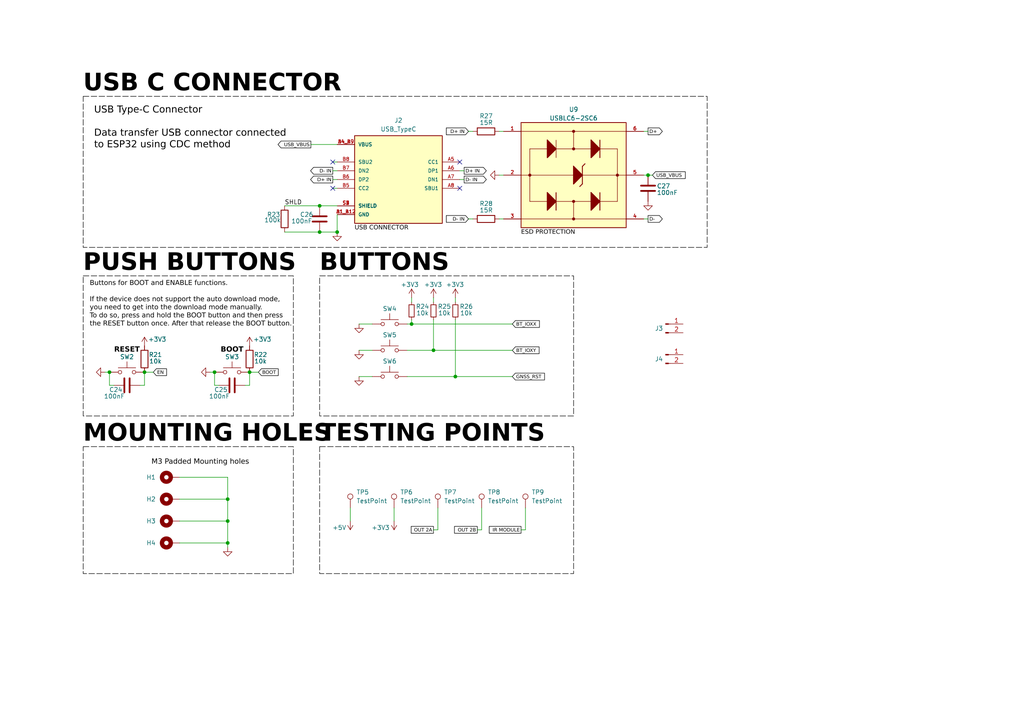
<source format=kicad_sch>
(kicad_sch (version 20250114) (generator "eeschema") (generator_version "9.0")
  (paper "A4")
  (lib_symbols
    (symbol "Connector:Conn_01x02_Pin" (pin_names (offset 1.016) (hide yes))
      (property "Reference" "J" (at 0 2.54 0))
      (property "Value" "Conn_01x02_Pin" (at 0 -5.08 0))
      (symbol "Conn_01x02_Pin_1_1"
        (rectangle (start 0.8636 0.127) (end 0 -0.127) (stroke (width 0.1524)) (fill (type outline)))
        (rectangle (start 0.8636 -2.413) (end 0 -2.667) (stroke (width 0.1524)) (fill (type outline)))
        (polyline (pts (xy 1.27 0) (xy 0.8636 0)) (stroke (width 0.1524)))
        (polyline (pts (xy 1.27 -2.54) (xy 0.8636 -2.54)) (stroke (width 0.1524)))
        (pin passive line (at 5.08 0 180) (length 3.81) (name "Pin_1") (number "1"))
        (pin passive line (at 5.08 -2.54 180) (length 3.81) (name "Pin_2") (number "2"))
      )
    )
    (symbol "Connector:TestPoint" (pin_numbers (hide yes)) (pin_names (offset 0.762) (hide yes))
      (property "Reference" "TP" (at 0 6.858 0))
      (property "Value" "TestPoint" (at 0 5.08 0))
      (symbol "TestPoint_0_1"
        (circle (center 0 3.302) (radius 0.762))
      )
      (symbol "TestPoint_1_1"
        (pin passive line (at 0 0 90) (length 2.54) (name "1") (number "1"))
      )
    )
    (symbol "Device:C" (pin_numbers (hide yes)) (pin_names (offset 0.254))
      (property "Reference" "C" (at 0.635 2.54 0))
      (property "Value" "C" (at 0.635 -2.54 0))
      (symbol "C_0_1"
        (polyline (pts (xy -2.032 0.762) (xy 2.032 0.762)) (stroke (width 0.508)))
        (polyline (pts (xy -2.032 -0.762) (xy 2.032 -0.762)) (stroke (width 0.508)))
      )
      (symbol "C_1_1"
        (pin passive line (at 0 3.81 270) (length 2.794) (name "~") (number "1"))
        (pin passive line (at 0 -3.81 90) (length 2.794) (name "~") (number "2"))
      )
    )
    (symbol "Device:R" (pin_numbers (hide yes)) (pin_names (offset 0))
      (property "Reference" "R" (at 2.032 0 90))
      (property "Value" "R" (at 0 0 90))
      (symbol "R_0_1"
        (rectangle (start -1.016 -2.54) (end 1.016 2.54) (stroke (width 0.254)))
      )
      (symbol "R_1_1"
        (pin passive line (at 0 3.81 270) (length 1.27) (name "~") (number "1"))
        (pin passive line (at 0 -3.81 90) (length 1.27) (name "~") (number "2"))
      )
    )
    (symbol "Device:R_Small" (pin_numbers (hide yes)) (pin_names (offset 0.254) (hide yes))
      (property "Reference" "R" (at 0.762 0.508 0))
      (property "Value" "R_Small" (at 0.762 -1.016 0))
      (symbol "R_Small_0_1"
        (rectangle (start -0.762 1.778) (end 0.762 -1.778) (stroke (width 0.2032)))
      )
      (symbol "R_Small_1_1"
        (pin passive line (at 0 2.54 270) (length 0.762) (name "~") (number "1"))
        (pin passive line (at 0 -2.54 90) (length 0.762) (name "~") (number "2"))
      )
    )
    (symbol "Mechanical:MountingHole_Pad" (pin_numbers (hide yes)) (pin_names (offset 1.016) (hide yes))
      (property "Reference" "H" (at 0 6.35 0))
      (property "Value" "MountingHole_Pad" (at 0 4.445 0))
      (symbol "MountingHole_Pad_0_1"
        (circle (center 0 1.27) (radius 1.27) (stroke (width 1.27)))
      )
      (symbol "MountingHole_Pad_1_1"
        (pin input line (at 0 -2.54 90) (length 2.54) (name "1") (number "1"))
      )
    )
    (symbol "Switch:SW_Push" (pin_numbers (hide yes)) (pin_names (offset 1.016) (hide yes))
      (property "Reference" "SW" (at 1.27 2.54 0))
      (property "Value" "SW_Push" (at 0 -1.524 0))
      (symbol "SW_Push_0_1"
        (circle (center -2.032 0) (radius 0.508))
        (polyline (pts (xy 0 1.27) (xy 0 3.048)))
        (circle (center 2.032 0) (radius 0.508))
        (polyline (pts (xy 2.54 1.27) (xy -2.54 1.27)))
        (pin passive line (at -5.08 0 0) (length 2.54) (name "1") (number "1"))
        (pin passive line (at 5.08 0 180) (length 2.54) (name "2") (number "2"))
      )
    )
    (symbol "power:+3V3" (power) (pin_names (offset 0))
      (property "Value" "+3V3" (at 0 3.556 0))
      (symbol "+3V3_0_1"
        (polyline (pts (xy -0.762 1.27) (xy 0 2.54)))
        (polyline (pts (xy 0 2.54) (xy 0.762 1.27)))
        (polyline (pts (xy 0 0) (xy 0 2.54)))
      )
      (symbol "+3V3_1_1"
        (pin power_in line (at 0 0 90) (length 0) (hide yes) (name "+3V3") (number "1"))
      )
    )
    (symbol "power:+5V" (power) (pin_numbers (hide yes)) (pin_names (offset 0) (hide yes))
      (property "Value" "+5V" (at 0 3.556 0))
      (symbol "+5V_0_1"
        (polyline (pts (xy -0.762 1.27) (xy 0 2.54)))
        (polyline (pts (xy 0 2.54) (xy 0.762 1.27)))
        (polyline (pts (xy 0 0) (xy 0 2.54)))
      )
      (symbol "+5V_1_1"
        (pin power_in line (at 0 0 90) (length 0) (name "~") (number "1"))
      )
    )
    (symbol "power:GND" (power) (pin_names (offset 0))
      (property "Value" "GND" (at 0 -3.81 0))
      (symbol "GND_0_1"
        (polyline (pts (xy 0 0) (xy 0 -1.27) (xy 1.27 -1.27) (xy 0 -2.54) (xy -1.27 -1.27) (xy 0 -1.27)))
      )
      (symbol "GND_1_1"
        (pin power_in line (at 0 0 270) (length 0) (hide yes) (name "GND") (number "1"))
      )
    )
    (symbol "sumec_library:USBLC6-2SC6" (pin_names (offset 1.016))
      (property "Reference" "U" (at -15.2693 17.8093 0))
      (property "Value" "USBLC6-2SC6" (at -15.2559 -17.7959 0))
      (symbol "USBLC6-2SC6_0_0"
        (polyline (pts (xy -15.24 12.7) (xy 0 12.7)) (stroke (width 0.1524)))
        (polyline (pts (xy -15.24 -12.7) (xy 0 -12.7)) (stroke (width 0.1524)))
        (rectangle (start -15.24 -15.24) (end 15.24 15.24) (stroke (width 0.254)) (fill (type background)))
        (polyline (pts (xy -12.7 7.62) (xy -12.7 0)) (stroke (width 0.1524)))
        (polyline (pts (xy -12.7 7.62) (xy -7.62 7.62)) (stroke (width 0.1524)))
        (circle (center -12.7 0) (radius 0.254) (stroke (width 0.381)))
        (polyline (pts (xy -12.7 0) (xy -15.24 0)) (stroke (width 0.1524)))
        (polyline (pts (xy -12.7 0) (xy -12.7 -7.62)) (stroke (width 0.1524)))
        (polyline (pts (xy -12.7 0) (xy 0 0)) (stroke (width 0.1524)))
        (polyline (pts (xy -12.7 -7.62) (xy -7.62 -7.62)) (stroke (width 0.1524)))
        (polyline (pts (xy -7.62 10.16) (xy -5.08 7.62)) (stroke (width 0.254)))
        (polyline (pts (xy -7.62 10.16) (xy -7.62 5.08) (xy -5.08 7.62) (xy -7.62 10.16)) (stroke (width 0.254)) (fill (type outline)))
        (polyline (pts (xy -7.62 7.62) (xy -7.62 10.16)) (stroke (width 0.254)))
        (polyline (pts (xy -7.62 5.08) (xy -7.62 7.62)) (stroke (width 0.254)))
        (polyline (pts (xy -7.62 -5.08) (xy -5.08 -7.62)) (stroke (width 0.254)))
        (polyline (pts (xy -7.62 -5.08) (xy -7.62 -10.16) (xy -5.08 -7.62) (xy -7.62 -5.08)) (stroke (width 0.254)) (fill (type outline)))
        (polyline (pts (xy -7.62 -7.62) (xy -7.62 -5.08)) (stroke (width 0.254)))
        (polyline (pts (xy -7.62 -10.16) (xy -7.62 -7.62)) (stroke (width 0.254)))
        (polyline (pts (xy -5.08 10.16) (xy -5.08 7.62)) (stroke (width 0.1524)))
        (polyline (pts (xy -5.08 7.62) (xy -7.62 5.08)) (stroke (width 0.254)))
        (polyline (pts (xy -5.08 7.62) (xy -5.08 5.08)) (stroke (width 0.1524)))
        (polyline (pts (xy -5.08 7.62) (xy 0 7.62)) (stroke (width 0.1524)))
        (polyline (pts (xy -5.08 -5.08) (xy -5.08 -7.62)) (stroke (width 0.254)))
        (polyline (pts (xy -5.08 -7.62) (xy -7.62 -10.16)) (stroke (width 0.254)))
        (polyline (pts (xy -5.08 -7.62) (xy -5.08 -10.16)) (stroke (width 0.254)))
        (polyline (pts (xy -5.08 -7.62) (xy 0 -7.62)) (stroke (width 0.1524)))
        (circle (center 0 12.7) (radius 0.254) (stroke (width 0.381)))
        (polyline (pts (xy 0 12.7) (xy 15.24 12.7)) (stroke (width 0.1524)))
        (circle (center 0 7.62) (radius 0.254) (stroke (width 0.381)))
        (polyline (pts (xy 0 7.62) (xy 0 12.7)) (stroke (width 0.1524)))
        (polyline (pts (xy 0 7.62) (xy 5.08 7.62)) (stroke (width 0.1524)))
        (polyline (pts (xy 0 2.54) (xy 2.54 0)) (stroke (width 0.254)))
        (polyline (pts (xy 0 2.54) (xy 0 -2.54) (xy 2.54 0) (xy 0 2.54)) (stroke (width 0.254)) (fill (type outline)))
        (polyline (pts (xy 0 0) (xy 0 2.54)) (stroke (width 0.254)))
        (polyline (pts (xy 0 -2.54) (xy 0 0)) (stroke (width 0.254)))
        (polyline (pts (xy 0 -7.62) (xy 0 -12.7)) (stroke (width 0.1524)))
        (polyline (pts (xy 0 -7.62) (xy 5.08 -7.62)) (stroke (width 0.1524)))
        (circle (center 0 -7.62) (radius 0.254) (stroke (width 0.381)))
        (circle (center 0 -12.7) (radius 0.254) (stroke (width 0.381)))
        (polyline (pts (xy 2.54 2.54) (xy 2.54 -2.54)) (stroke (width 0.254)))
        (polyline (pts (xy 2.54 2.54) (xy 3.302 3.302)) (stroke (width 0.254)))
        (polyline (pts (xy 2.54 0) (xy 0 -2.54)) (stroke (width 0.254)))
        (polyline (pts (xy 2.54 0) (xy 12.7 0)) (stroke (width 0.1524)))
        (polyline (pts (xy 2.54 -2.54) (xy 1.778 -3.302)) (stroke (width 0.254)))
        (polyline (pts (xy 5.08 10.16) (xy 7.62 7.62)) (stroke (width 0.254)))
        (polyline (pts (xy 5.08 10.16) (xy 5.08 5.08) (xy 7.62 7.62) (xy 5.08 10.16)) (stroke (width 0.254)) (fill (type outline)))
        (polyline (pts (xy 5.08 7.62) (xy 5.08 10.16)) (stroke (width 0.254)))
        (polyline (pts (xy 5.08 5.08) (xy 5.08 7.62)) (stroke (width 0.254)))
        (polyline (pts (xy 5.08 -5.08) (xy 7.62 -7.62)) (stroke (width 0.254)))
        (polyline (pts (xy 5.08 -5.08) (xy 5.08 -10.16) (xy 7.62 -7.62) (xy 5.08 -5.08)) (stroke (width 0.254)) (fill (type outline)))
        (polyline (pts (xy 5.08 -7.62) (xy 5.08 -5.08)) (stroke (width 0.254)))
        (polyline (pts (xy 5.08 -10.16) (xy 5.08 -7.62)) (stroke (width 0.254)))
        (polyline (pts (xy 7.62 10.16) (xy 7.62 7.62)) (stroke (width 0.254)))
        (polyline (pts (xy 7.62 7.62) (xy 5.08 5.08)) (stroke (width 0.254)))
        (polyline (pts (xy 7.62 7.62) (xy 7.62 5.08)) (stroke (width 0.254)))
        (polyline (pts (xy 7.62 7.62) (xy 12.7 7.62)) (stroke (width 0.1524)))
        (polyline (pts (xy 7.62 -5.08) (xy 7.62 -7.62)) (stroke (width 0.254)))
        (polyline (pts (xy 7.62 -7.62) (xy 5.08 -10.16)) (stroke (width 0.254)))
        (polyline (pts (xy 7.62 -7.62) (xy 7.62 -10.16)) (stroke (width 0.254)))
        (polyline (pts (xy 7.62 -7.62) (xy 12.7 -7.62)) (stroke (width 0.1524)))
        (polyline (pts (xy 12.7 7.62) (xy 12.7 0)) (stroke (width 0.1524)))
        (polyline (pts (xy 12.7 0) (xy 12.7 -7.62)) (stroke (width 0.1524)))
        (polyline (pts (xy 12.7 0) (xy 15.24 0)) (stroke (width 0.1524)))
        (circle (center 12.7 0) (radius 0.254) (stroke (width 0.381)))
        (polyline (pts (xy 15.24 -12.7) (xy 0 -12.7)) (stroke (width 0.1524)))
        (pin bidirectional line (at -20.32 12.7 0) (length 5.08) (name "~") (number "1"))
        (pin power_in line (at -20.32 0 0) (length 5.08) (name "~") (number "2"))
        (pin bidirectional line (at -20.32 -12.7 0) (length 5.08) (name "~") (number "3"))
        (pin bidirectional line (at 20.32 12.7 180) (length 5.08) (name "~") (number "6"))
        (pin power_in line (at 20.32 0 180) (length 5.08) (name "~") (number "5"))
        (pin bidirectional line (at 20.32 -12.7 180) (length 5.08) (name "~") (number "4"))
      )
    )
    (symbol "sumec_sch_lib:USB_TypeC" (pin_names (offset 1.016))
      (property "Reference" "J" (at -12.7 13.462 0))
      (property "Value" "USB_TypeC" (at -12.7 -13.462 0))
      (symbol "USB_TypeC_0_0"
        (rectangle (start -12.7 -12.7) (end 12.7 12.7) (stroke (width 0.254)) (fill (type background)))
        (pin bidirectional line (at -17.78 5.08 0) (length 5.08) (name "CC1") (number "A5"))
        (pin bidirectional line (at -17.78 2.54 0) (length 5.08) (name "DP1") (number "A6"))
        (pin bidirectional line (at -17.78 0 0) (length 5.08) (name "DN1") (number "A7"))
        (pin bidirectional line (at -17.78 -2.54 0) (length 5.08) (name "SBU1") (number "A8"))
        (pin power_in line (at 17.78 10.16 180) (length 5.08) (name "VBUS") (number "A4_B9"))
        (pin power_in line (at 17.78 10.16 180) (length 5.08) (name "VBUS") (number "B4_A9"))
        (pin bidirectional line (at 17.78 5.08 180) (length 5.08) (name "SBU2") (number "B8"))
        (pin bidirectional line (at 17.78 2.54 180) (length 5.08) (name "DN2") (number "B7"))
        (pin bidirectional line (at 17.78 0 180) (length 5.08) (name "DP2") (number "B6"))
        (pin bidirectional line (at 17.78 -2.54 180) (length 5.08) (name "CC2") (number "B5"))
        (pin passive line (at 17.78 -7.62 180) (length 5.08) (name "SHIELD") (number "S1"))
        (pin passive line (at 17.78 -7.62 180) (length 5.08) (name "SHIELD") (number "S2"))
        (pin passive line (at 17.78 -7.62 180) (length 5.08) (name "SHIELD") (number "S3"))
        (pin passive line (at 17.78 -7.62 180) (length 5.08) (name "SHIELD") (number "S4"))
        (pin power_in line (at 17.78 -10.16 180) (length 5.08) (name "GND") (number "A1_B12"))
        (pin power_in line (at 17.78 -10.16 180) (length 5.08) (name "GND") (number "B1_A12"))
      )
    )
  )
  (rectangle (start 24.13 129.54) (end 85.09 166.37) (stroke (width 0) (type dash) (color 0 0 0 1)))
  (rectangle (start 92.71 129.54) (end 166.37 166.37) (stroke (width 0) (type dash) (color 0 0 0 1)))
  (rectangle (start 92.71 80.01) (end 166.37 120.65) (stroke (width 0) (type dash) (color 0 0 0 1)))
  (rectangle (start 24.13 27.94) (end 205.105 71.755) (stroke (width 0) (type dash) (color 0 0 0 1)))
  (rectangle (start 24.13 80.01) (end 85.09 120.65) (stroke (width 0) (type dash) (color 0 0 0 1)))
  (text "USB Type-C Connector\n\nData transfer USB connector connected\nto ESP32 using CDC method" (at 27.305 43.815 0) (effects (font (size 2 2) (italic yes)) (justify left bottom)))
  (text "RESET" (at 36.83 102.87 0) (effects (font (size 1.5 1.5) (thickness 0.254) (bold yes)) (justify bottom)))
  (text "MOUNTING HOLES" (at 24.13 130.175 0) (effects (font (size 5 5) (bold yes)) (justify left bottom)))
  (text "USB C CONNECTOR" (at 24.13 28.575 0) (effects (font (size 5 5) (thickness 1.2) (bold yes)) (justify left bottom)))
  (text "Buttons for BOOT and ENABLE functions.\n\nIf the device does not support the auto download mode,\nyou need to get into the download mode manually. \nTo do so, press and hold the BOOT button and then press \nthe RESET button once. After that release the BOOT button." (at 26.035 95.25 0) (effects (font (size 1.4 1.4) (italic yes)) (justify left bottom)))
  (text "M3 Padded Mounting holes" (at 43.942 135.382 0) (effects (font (size 1.5 1.5) (italic yes)) (justify left bottom)))
  (text "USB CONNECTOR" (at 102.87 67.31 0) (effects (font (size 1.27 1.27)) (justify left bottom)))
  (text "BOOT" (at 67.31 102.87 0) (effects (font (size 1.5 1.5) (thickness 0.254) (bold yes)) (justify bottom)))
  (text "PUSH BUTTONS" (at 24.13 80.645 0) (effects (font (size 5 5) (bold yes)) (justify left bottom)))
  (text "ESD PROTECTION" (at 151.13 68.58 0) (effects (font (size 1.27 1.27)) (justify left bottom)))
  (text "BUTTONS" (at 92.71 80.645 0) (effects (font (size 5 5) (thickness 1.2) (bold yes)) (justify left bottom)))
  (text "TESTING POINTS" (at 92.71 130.175 0) (effects (font (size 5 5) (thickness 1.2) (bold yes)) (justify left bottom)))
  (junction (at 92.71 59.69))
  (junction (at 125.73 101.6))
  (junction (at 92.71 67.31))
  (junction (at 66.04 144.78))
  (junction (at 187.96 50.8))
  (junction (at 119.38 93.98))
  (junction (at 97.79 67.31))
  (junction (at 41.91 107.95))
  (junction (at 31.75 107.95))
  (junction (at 72.39 107.95))
  (junction (at 62.23 107.95))
  (junction (at 66.04 157.48))
  (junction (at 66.04 151.13))
  (junction (at 132.08 109.22))
  (no_connect (at 133.35 54.61))
  (no_connect (at 96.52 46.99))
  (no_connect (at 96.52 54.61))
  (no_connect (at 133.35 46.99))
  (wire (pts (xy 152.4 147.32) (xy 152.4 153.67)))
  (wire (pts (xy 144.78 38.1) (xy 146.05 38.1)))
  (wire (pts (xy 187.96 50.8) (xy 186.69 50.8)))
  (wire (pts (xy 125.73 101.6) (xy 148.59 101.6)))
  (wire (pts (xy 96.52 54.61) (xy 97.79 54.61)))
  (wire (pts (xy 104.14 93.98) (xy 107.95 93.98)))
  (wire (pts (xy 92.71 59.69) (xy 97.79 59.69)))
  (wire (pts (xy 125.73 86.36) (xy 125.73 87.63)))
  (wire (pts (xy 114.3 151.13) (xy 114.3 147.32)))
  (wire (pts (xy 118.11 101.6) (xy 125.73 101.6)))
  (wire (pts (xy 104.14 109.22) (xy 107.95 109.22)))
  (wire (pts (xy 66.04 158.75) (xy 66.04 157.48)))
  (wire (pts (xy 119.38 93.98) (xy 119.38 92.71)))
  (wire (pts (xy 186.69 38.1) (xy 187.96 38.1)))
  (wire (pts (xy 82.55 67.31) (xy 92.71 67.31)))
  (wire (pts (xy 101.6 151.13) (xy 101.6 147.32)))
  (wire (pts (xy 189.23 50.8) (xy 187.96 50.8)))
  (wire (pts (xy 96.52 52.07) (xy 97.79 52.07)))
  (wire (pts (xy 41.91 107.95) (xy 44.45 107.95)))
  (wire (pts (xy 72.39 107.95) (xy 72.39 111.76)))
  (wire (pts (xy 66.04 151.13) (xy 66.04 157.48)))
  (wire (pts (xy 138.43 153.67) (xy 139.7 153.67)))
  (wire (pts (xy 118.11 93.98) (xy 119.38 93.98)))
  (wire (pts (xy 125.73 153.67) (xy 127 153.67)))
  (wire (pts (xy 118.11 109.22) (xy 132.08 109.22)))
  (wire (pts (xy 127 153.67) (xy 127 147.32)))
  (wire (pts (xy 139.7 153.67) (xy 139.7 147.32)))
  (wire (pts (xy 144.78 50.8) (xy 146.05 50.8)))
  (wire (pts (xy 151.13 153.67) (xy 152.4 153.67)))
  (wire (pts (xy 41.91 107.95) (xy 41.91 111.76)))
  (wire (pts (xy 119.38 93.98) (xy 148.59 93.98)))
  (wire (pts (xy 92.71 67.31) (xy 97.79 67.31)))
  (wire (pts (xy 96.52 46.99) (xy 97.79 46.99)))
  (wire (pts (xy 97.79 67.31) (xy 97.79 62.23)))
  (wire (pts (xy 62.23 111.76) (xy 62.23 107.95)))
  (wire (pts (xy 30.48 107.95) (xy 31.75 107.95)))
  (wire (pts (xy 52.07 138.43) (xy 66.04 138.43)))
  (wire (pts (xy 52.07 157.48) (xy 66.04 157.48)))
  (wire (pts (xy 52.07 151.13) (xy 66.04 151.13)))
  (wire (pts (xy 63.5 111.76) (xy 62.23 111.76)))
  (wire (pts (xy 135.89 38.1) (xy 137.16 38.1)))
  (wire (pts (xy 104.14 101.6) (xy 107.95 101.6)))
  (wire (pts (xy 96.52 49.53) (xy 97.79 49.53)))
  (wire (pts (xy 90.17 41.91) (xy 97.79 41.91)))
  (wire (pts (xy 66.04 138.43) (xy 66.04 144.78)))
  (wire (pts (xy 41.91 111.76) (xy 40.64 111.76)))
  (wire (pts (xy 125.73 101.6) (xy 125.73 92.71)))
  (wire (pts (xy 31.75 111.76) (xy 31.75 107.95)))
  (wire (pts (xy 72.39 111.76) (xy 71.12 111.76)))
  (wire (pts (xy 66.04 144.78) (xy 66.04 151.13)))
  (wire (pts (xy 134.62 52.07) (xy 133.35 52.07)))
  (wire (pts (xy 134.62 49.53) (xy 133.35 49.53)))
  (wire (pts (xy 135.89 63.5) (xy 137.16 63.5)))
  (wire (pts (xy 33.02 111.76) (xy 31.75 111.76)))
  (wire (pts (xy 132.08 109.22) (xy 148.59 109.22)))
  (wire (pts (xy 187.96 63.5) (xy 186.69 63.5)))
  (wire (pts (xy 132.08 92.71) (xy 132.08 109.22)))
  (wire (pts (xy 60.96 107.95) (xy 62.23 107.95)))
  (wire (pts (xy 72.39 107.95) (xy 74.93 107.95)))
  (wire (pts (xy 52.07 144.78) (xy 66.04 144.78)))
  (wire (pts (xy 144.78 63.5) (xy 146.05 63.5)))
  (wire (pts (xy 82.55 59.69) (xy 92.71 59.69)))
  (wire (pts (xy 119.38 86.36) (xy 119.38 87.63)))
  (wire (pts (xy 132.08 86.36) (xy 132.08 87.63)))
  (label "SHLD" (at 82.55 59.69 0))
  (global_label "OUT 2B" (shape passive) (at 138.43 153.67 180) (effects (font (size 1 1))) (property "Intersheetrefs" "${INTERSHEET_REFS}" (effects (hide yes))))
  (global_label "D- IN" (shape output) (at 96.52 49.53 180) (effects (font (size 1 1))) (property "Intersheetrefs" "${INTERSHEET_REFS}" (effects (hide yes))))
  (global_label "BT_IOXX" (shape input) (at 148.59 93.98 0) (effects (font (size 1 1))) (property "Intersheetrefs" "${INTERSHEET_REFS}" (effects (hide yes))))
  (global_label "BOOT" (shape input) (at 74.93 107.95 0) (effects (font (size 1 1))) (property "Intersheetrefs" "${INTERSHEET_REFS}" (effects (hide yes))))
  (global_label "BT_IOXY" (shape input) (at 148.59 101.6 0) (effects (font (size 1 1))) (property "Intersheetrefs" "${INTERSHEET_REFS}" (effects (hide yes))))
  (global_label "EN" (shape input) (at 44.45 107.95 0) (effects (font (size 1 1))) (property "Intersheetrefs" "${INTERSHEET_REFS}" (effects (hide yes))))
  (global_label "D+ IN" (shape output) (at 134.62 49.53 0) (effects (font (size 1 1))) (property "Intersheetrefs" "${INTERSHEET_REFS}" (effects (hide yes))))
  (global_label "D-" (shape output) (at 187.96 63.5 0) (effects (font (size 1 1))) (property "Intersheetrefs" "${INTERSHEET_REFS}" (effects (hide yes))))
  (global_label "IR MODULE" (shape passive) (at 151.13 153.67 180) (effects (font (size 1 1))) (property "Intersheetrefs" "${INTERSHEET_REFS}" (effects (hide yes))))
  (global_label "GNSS_RST" (shape input) (at 148.59 109.22 0) (effects (font (size 1 1))) (property "Intersheetrefs" "${INTERSHEET_REFS}" (effects (hide yes))))
  (global_label "USB_VBUS" (shape input) (at 189.23 50.8 0) (effects (font (size 1 1))) (property "Intersheetrefs" "${INTERSHEET_REFS}" (effects (hide yes))))
  (global_label "OUT 2A" (shape passive) (at 125.73 153.67 180) (effects (font (size 1 1))) (property "Intersheetrefs" "${INTERSHEET_REFS}" (effects (hide yes))))
  (global_label "D- IN" (shape output) (at 134.62 52.07 0) (effects (font (size 1 1))) (property "Intersheetrefs" "${INTERSHEET_REFS}" (effects (hide yes))))
  (global_label "D+ IN" (shape output) (at 96.52 52.07 180) (effects (font (size 1 1))) (property "Intersheetrefs" "${INTERSHEET_REFS}" (effects (hide yes))))
  (global_label "D+" (shape output) (at 187.96 38.1 0) (effects (font (size 1 1))) (property "Intersheetrefs" "${INTERSHEET_REFS}" (effects (hide yes))))
  (global_label "USB_VBUS" (shape output) (at 90.17 41.91 180) (effects (font (size 1 1))) (property "Intersheetrefs" "${INTERSHEET_REFS}" (effects (hide yes))))
  (global_label "D- IN" (shape input) (at 135.89 63.5 180) (effects (font (size 1 1))) (property "Intersheetrefs" "${INTERSHEET_REFS}" (effects (hide yes))))
  (global_label "D+ IN" (shape input) (at 135.89 38.1 180) (effects (font (size 1 1))) (property "Intersheetrefs" "${INTERSHEET_REFS}" (effects (hide yes))))
  (symbol (lib_id "Connector:TestPoint") (at 127 147.32 0) (unit 1)
    (property "Reference" "TP7" (at 128.778 142.748 0) (effects (justify left)))
    (property "Value" "TestPoint" (at 128.778 145.288 0) (effects (justify left)))
    (property "Footprint" "TestPoint:TestPoint_Pad_1.0x1.0mm" (effects (hide yes)))
    (property "Description" "test point" (effects (hide yes)))
  )
  (symbol (lib_id "power:+3V3") (at 114.3 151.13 180) (unit 1)
    (property "Reference" "#PWR061" (effects (hide yes)))
    (property "Value" "+3V3" (at 113.03 153.035 0) (effects (justify left)))
  )
  (symbol (lib_id "sumec_library:USBLC6-2SC6") (at 166.37 50.8 0) (unit 1)
    (property "Reference" "U9" (at 166.37 31.75 0))
    (property "Value" "USBLC6-2SC6" (at 166.37 34.29 0))
    (property "Footprint" "Package_TO_SOT_SMD:TSOT-23-6_HandSoldering" (effects (hide yes)))
    (property "Description" "\n17V Clamp 5A (8/20µs) Ipp Tvs Diode Surface Mount SOT-23-6\n" (effects (hide yes)))
    (property "MF" "STMicroelectronics" (effects (hide yes)))
    (property "PURCHASE-URL" "https://pricing.snapeda.com/search/part/USBLC6-2SC6/?ref=eda" (effects (hide yes)))
    (property "PACKAGE" "SOT-23-6 STMicroelectronics" (effects (hide yes)))
    (property "PRICE" "None" (effects (hide yes)))
    (property "Package" "SOT-23-6 STMicroelectronics" (effects (hide yes)))
    (property "Check_prices" "https://www.snapeda.com/parts/USBLC6-2SC6/STMicroelectronics/view-part/?ref=eda" (effects (hide yes)))
    (property "Price" "None" (effects (hide yes)))
    (property "SnapEDA_Link" "https://www.snapeda.com/parts/USBLC6-2SC6/STMicroelectronics/view-part/?ref=snap" (effects (hide yes)))
    (property "MP" "USBLC6-2SC6" (effects (hide yes)))
    (property "Purchase-URL" "https://www.snapeda.com/api/url_track_click_mouser/?unipart_id=231887&manufacturer=STMicroelectronics&part_name=USBLC6-2SC6&search_term=None" (effects (hide yes)))
    (property "Availability" "In Stock" (effects (hide yes)))
    (property "AVAILABILITY" "In Stock" (effects (hide yes)))
    (property "DESCRIPTION" "17V Clamp 5A (8/20µs) Ipp Tvs Diode Surface Mount SOT-23-6" (effects (hide yes)))
  )
  (symbol (lib_id "power:GND") (at 97.79 67.31 0) (unit 1)
    (property "Reference" "#PWR056" (effects (hide yes)))
    (property "Value" "GND" (effects (hide yes)))
  )
  (symbol (lib_id "power:GND") (at 187.96 58.42 0) (unit 1)
    (property "Reference" "#PWR066" (effects (hide yes)))
    (property "Value" "GND" (effects (hide yes)))
  )
  (symbol (lib_id "Device:C") (at 67.31 111.76 90) (unit 1)
    (property "Reference" "C25" (at 66.04 113.03 90) (effects (justify left)))
    (property "Value" "100nF" (at 66.675 114.935 90) (effects (justify left)))
    (property "Footprint" "Capacitor_SMD:C_0805_2012Metric" (effects (hide yes)))
  )
  (symbol (lib_id "power:GND") (at 30.48 107.95 270) (mirror x) (unit 1)
    (property "Reference" "#PWR051" (effects (hide yes)))
    (property "Value" "GND" (effects (hide yes)))
  )
  (symbol (lib_id "Connector:TestPoint") (at 152.4 147.32 0) (unit 1)
    (property "Reference" "TP9" (at 154.178 142.748 0) (effects (justify left)))
    (property "Value" "TestPoint" (at 154.178 145.288 0) (effects (justify left)))
    (property "Footprint" "TestPoint:TestPoint_Pad_1.0x1.0mm" (effects (hide yes)))
    (property "Description" "test point" (effects (hide yes)))
  )
  (symbol (lib_id "Device:R") (at 140.97 38.1 90) (unit 1)
    (property "Reference" "R27" (at 139.065 33.655 90) (effects (justify right)))
    (property "Value" "15R" (at 139.065 35.56 90) (effects (justify right)))
    (property "Footprint" "Resistor_SMD:R_0805_2012Metric" (effects (hide yes)))
  )
  (symbol (lib_id "power:GND") (at 144.78 50.8 270) (unit 1)
    (property "Reference" "#PWR065" (effects (hide yes)))
    (property "Value" "GND" (effects (hide yes)))
  )
  (symbol (lib_id "power:+3V3") (at 132.08 86.36 0) (mirror y) (unit 1)
    (property "Reference" "#PWR064" (effects (hide yes)))
    (property "Value" "+3V3" (at 134.62 82.55 0) (effects (justify left)))
  )
  (symbol (lib_id "power:+3V3") (at 41.91 100.33 0) (mirror y) (unit 1)
    (property "Reference" "#PWR052" (effects (hide yes)))
    (property "Value" "+3V3" (at 48.26 98.425 0) (effects (justify left)))
  )
  (symbol (lib_id "Mechanical:MountingHole_Pad") (at 49.53 157.48 90) (unit 1) (in_bom no)
    (property "Reference" "H4" (at 43.815 157.48 90))
    (property "Value" "Mounting Hole M3" (effects (hide yes)))
    (property "Footprint" "MountingHole:MountingHole_3.2mm_M3_Pad_Via" (effects (hide yes)))
    (property "Description" "Mounting Hole with connection" (effects (hide yes)))
  )
  (symbol (lib_id "Switch:SW_Push") (at 67.31 107.95 0) (unit 1)
    (property "Reference" "SW3" (at 67.31 103.505 0))
    (property "Value" "SW_Push" (effects (hide yes)))
    (property "Footprint" "sumec_brd:SW_SPST_EVQPE1" (effects (hide yes)))
    (property "Datasheet" "https://cz.mouser.com/ProductDetail/Panasonic/EVQ-PE104K?qs=wX5mvoJE4NGLiYsCBZAptQ%3D%3D" (effects (hide yes)))
  )
  (symbol (lib_id "power:GND") (at 104.14 109.22 0) (unit 1)
    (property "Reference" "#PWR060" (effects (hide yes)))
    (property "Value" "GND" (effects (hide yes)))
    (property "Description" "Power symbol creates a global label with name \"GND\" , ground" (effects (hide yes)))
  )
  (symbol (lib_id "Connector:TestPoint") (at 139.7 147.32 0) (unit 1)
    (property "Reference" "TP8" (at 141.478 142.748 0) (effects (justify left)))
    (property "Value" "TestPoint" (at 141.478 145.288 0) (effects (justify left)))
    (property "Footprint" "TestPoint:TestPoint_Pad_1.0x1.0mm" (effects (hide yes)))
    (property "Description" "test point" (effects (hide yes)))
  )
  (symbol (lib_id "Switch:SW_Push") (at 36.83 107.95 0) (unit 1)
    (property "Reference" "SW2" (at 36.83 103.505 0))
    (property "Value" "SW_Push" (effects (hide yes)))
    (property "Footprint" "sumec_brd:SW_SPST_EVQPE1" (effects (hide yes)))
    (property "Datasheet" "https://cz.mouser.com/ProductDetail/Panasonic/EVQ-PE104K?qs=wX5mvoJE4NGLiYsCBZAptQ%3D%3D" (effects (hide yes)))
  )
  (symbol (lib_id "power:GND") (at 104.14 93.98 0) (unit 1)
    (property "Reference" "#PWR058" (effects (hide yes)))
    (property "Value" "GND" (effects (hide yes)))
    (property "Description" "Power symbol creates a global label with name \"GND\" , ground" (effects (hide yes)))
  )
  (symbol (lib_id "power:GND") (at 60.96 107.95 270) (mirror x) (unit 1)
    (property "Reference" "#PWR053" (effects (hide yes)))
    (property "Value" "GND" (effects (hide yes)))
  )
  (symbol (lib_id "Connector:Conn_01x02_Pin") (at 193.04 102.87 0) (unit 1)
    (property "Reference" "J4" (at 191.135 104.14 0))
    (property "Value" "Conn_01x02_Pin" (effects (hide yes)))
    (property "Footprint" "Connector_JST:JST_XH_B2B-XH-A_1x02_P2.50mm_Vertical" (effects (hide yes)))
    (property "Description" "Generic connector, single row, 01x02, script generated" (effects (hide yes)))
  )
  (symbol (lib_id "Mechanical:MountingHole_Pad") (at 49.53 151.13 90) (unit 1) (in_bom no)
    (property "Reference" "H3" (at 43.815 151.13 90))
    (property "Value" "Mounting Hole M3" (effects (hide yes)))
    (property "Footprint" "MountingHole:MountingHole_3.2mm_M3_Pad_Via" (effects (hide yes)))
    (property "Description" "Mounting Hole with connection" (effects (hide yes)))
  )
  (symbol (lib_id "Device:R_Small") (at 132.08 90.17 0) (unit 1)
    (property "Reference" "R26" (at 135.255 88.9 0))
    (property "Value" "10k" (at 135.255 90.805 0))
    (property "Footprint" "Resistor_SMD:R_0805_2012Metric" (effects (hide yes)))
    (property "Description" "Resistor, small symbol" (effects (hide yes)))
  )
  (symbol (lib_id "Device:C") (at 92.71 63.5 0) (mirror x) (unit 1)
    (property "Reference" "C26" (at 86.995 62.23 0) (effects (justify left)))
    (property "Value" "100nF" (at 84.455 64.135 0) (effects (justify left)))
    (property "Footprint" "Capacitor_SMD:C_0805_2012Metric" (effects (hide yes)))
  )
  (symbol (lib_id "Connector:TestPoint") (at 114.3 147.32 0) (unit 1)
    (property "Reference" "TP6" (at 116.078 142.748 0) (effects (justify left)))
    (property "Value" "TestPoint" (at 116.078 145.288 0) (effects (justify left)))
    (property "Footprint" "TestPoint:TestPoint_Pad_1.0x1.0mm" (effects (hide yes)))
    (property "Description" "test point" (effects (hide yes)))
  )
  (symbol (lib_id "power:+3V3") (at 119.38 86.36 0) (unit 1)
    (property "Reference" "#PWR062" (effects (hide yes)))
    (property "Value" "+3V3" (at 116.205 82.55 0) (effects (justify left)))
  )
  (symbol (lib_id "power:+3V3") (at 125.73 86.36 0) (mirror y) (unit 1)
    (property "Reference" "#PWR063" (effects (hide yes)))
    (property "Value" "+3V3" (at 128.27 82.55 0) (effects (justify left)))
  )
  (symbol (lib_id "Device:R") (at 82.55 63.5 0) (unit 1)
    (property "Reference" "R23" (at 79.375 62.23 0))
    (property "Value" "100k" (at 79.0575 63.8175 0))
    (property "Footprint" "Resistor_SMD:R_0805_2012Metric" (effects (hide yes)))
  )
  (symbol (lib_id "Device:R") (at 140.97 63.5 90) (unit 1)
    (property "Reference" "R28" (at 139.065 59.055 90) (effects (justify right)))
    (property "Value" "15R" (at 139.065 60.96 90) (effects (justify right)))
    (property "Footprint" "Resistor_SMD:R_0805_2012Metric" (effects (hide yes)))
  )
  (symbol (lib_id "Device:R") (at 72.39 104.14 0) (mirror x) (unit 1)
    (property "Reference" "R22" (at 75.565 102.87 0))
    (property "Value" "10k" (at 75.565 104.775 0))
    (property "Footprint" "Resistor_SMD:R_0805_2012Metric" (effects (hide yes)))
  )
  (symbol (lib_id "power:GND") (at 66.04 158.75 0) (unit 1)
    (property "Reference" "#PWR054" (effects (hide yes)))
    (property "Value" "GND" (effects (hide yes)))
    (property "Description" "Power symbol creates a global label with name \"GND\" , ground" (effects (hide yes)))
  )
  (symbol (lib_id "Mechanical:MountingHole_Pad") (at 49.53 144.78 90) (unit 1) (in_bom no)
    (property "Reference" "H2" (at 43.815 144.78 90))
    (property "Value" "Mounting Hole M3" (effects (hide yes)))
    (property "Footprint" "MountingHole:MountingHole_3.2mm_M3_Pad_Via" (effects (hide yes)))
    (property "Description" "Mounting Hole with connection" (effects (hide yes)))
  )
  (symbol (lib_id "Mechanical:MountingHole_Pad") (at 49.53 138.43 90) (unit 1) (in_bom no)
    (property "Reference" "H1" (at 43.815 138.43 90))
    (property "Value" "Mounting Hole M3" (effects (hide yes)))
    (property "Footprint" "MountingHole:MountingHole_3.2mm_M3_Pad_Via" (effects (hide yes)))
    (property "Description" "Mounting Hole with connection" (effects (hide yes)))
  )
  (symbol (lib_id "Connector:TestPoint") (at 101.6 147.32 0) (unit 1)
    (property "Reference" "TP5" (at 103.378 142.748 0) (effects (justify left)))
    (property "Value" "TestPoint" (at 103.378 145.288 0) (effects (justify left)))
    (property "Footprint" "TestPoint:TestPoint_Pad_1.0x1.0mm" (effects (hide yes)))
    (property "Description" "test point" (effects (hide yes)))
  )
  (symbol (lib_id "power:+3V3") (at 72.39 100.33 0) (mirror y) (unit 1)
    (property "Reference" "#PWR055" (effects (hide yes)))
    (property "Value" "+3V3" (at 78.74 98.425 0) (effects (justify left)))
  )
  (symbol (lib_id "Device:C") (at 187.96 54.61 0) (unit 1)
    (property "Reference" "C27" (at 190.5 53.975 0) (effects (justify left)))
    (property "Value" "100nF" (at 190.5 55.88 0) (effects (justify left)))
    (property "Footprint" "Capacitor_SMD:C_0805_2012Metric" (effects (hide yes)))
  )
  (symbol (lib_id "Device:R_Small") (at 119.38 90.17 0) (unit 1)
    (property "Reference" "R24" (at 122.555 88.9 0))
    (property "Value" "10k" (at 122.555 90.805 0))
    (property "Footprint" "Resistor_SMD:R_0805_2012Metric" (effects (hide yes)))
    (property "Description" "Resistor, small symbol" (effects (hide yes)))
  )
  (symbol (lib_id "Switch:SW_Push") (at 113.03 109.22 0) (mirror y) (unit 1)
    (property "Reference" "SW6" (at 113.03 104.775 0))
    (property "Value" "SW_Push" (effects (hide yes)))
    (property "Footprint" "sumec_brd:SW_SPST_EVQPE1" (effects (hide yes)))
  )
  (symbol (lib_id "Connector:Conn_01x02_Pin") (at 193.04 93.98 0) (unit 1)
    (property "Reference" "J3" (at 191.135 95.25 0))
    (property "Value" "Conn_01x02_Pin" (effects (hide yes)))
    (property "Footprint" "Connector_JST:JST_XH_B2B-XH-A_1x02_P2.50mm_Vertical" (effects (hide yes)))
    (property "Description" "Generic connector, single row, 01x02, script generated" (effects (hide yes)))
  )
  (symbol (lib_id "Device:R_Small") (at 125.73 90.17 0) (unit 1)
    (property "Reference" "R25" (at 128.905 88.9 0))
    (property "Value" "10k" (at 128.905 90.805 0))
    (property "Footprint" "Resistor_SMD:R_0805_2012Metric" (effects (hide yes)))
    (property "Description" "Resistor, small symbol" (effects (hide yes)))
  )
  (symbol (lib_id "power:GND") (at 104.14 101.6 0) (unit 1)
    (property "Reference" "#PWR059" (effects (hide yes)))
    (property "Value" "GND" (effects (hide yes)))
    (property "Description" "Power symbol creates a global label with name \"GND\" , ground" (effects (hide yes)))
  )
  (symbol (lib_id "sumec_sch_lib:USB_TypeC") (at 115.57 52.07 0) (mirror y) (unit 1)
    (property "Reference" "J2" (at 115.57 34.925 0))
    (property "Value" "USB_TypeC" (at 115.57 37.465 0))
    (property "Footprint" "sumec_brd:HRO_TYPE-C-31-M-12" (effects (hide yes)))
    (property "Datasheet" "TYPE-C-31-M-12" (effects (hide yes)))
    (property "Description" "USB Connectors 24 Receptacle 1 8.94*7.3mm RoHS" (effects (hide yes)))
    (property "MF" "HRO Electronics Co., Ltd." (effects (hide yes)))
    (property "MAXIMUM_PACKAGE_HEIGHT" "3.26 mm" (effects (hide yes)))
    (property "Package" "Package" (effects (hide yes)))
    (property "Price" "None" (effects (hide yes)))
    (property "Check_prices" "https://www.snapeda.com/parts/TYPE-C-31-M-12/HRO+Electronics+Co.%252C+Ltd./view-part/?ref=eda" (effects (hide yes)))
    (property "STANDARD" "Manufacturer Recommendations" (effects (hide yes)))
    (property "PARTREV" "2020.12.08" (effects (hide yes)))
    (property "SnapEDA_Link" "https://www.snapeda.com/parts/TYPE-C-31-M-12/HRO+Electronics+Co.%252C+Ltd./view-part/?ref=snap" (effects (hide yes)))
    (property "MP" "TYPE-C-31-M-12" (effects (hide yes)))
    (property "SNAPEDA_PN" "TYPE-C-31-M-12" (effects (hide yes)))
    (property "Availability" "Not in stock" (effects (hide yes)))
    (property "MANUFACTURER" "HRO Electronics Co., Ltd." (effects (hide yes)))
  )
  (symbol (lib_id "power:+5V") (at 101.6 151.13 180) (unit 1)
    (property "Reference" "#PWR057" (effects (hide yes)))
    (property "Value" "+5V" (at 98.425 153.035 0))
    (property "Description" "Power symbol creates a global label with name \"+5V\"" (effects (hide yes)))
  )
  (symbol (lib_id "Switch:SW_Push") (at 113.03 93.98 0) (unit 1)
    (property "Reference" "SW4" (at 113.03 89.535 0))
    (property "Value" "SW_Push" (effects (hide yes)))
    (property "Footprint" "sumec_brd:SW_SPST_EVQPE1" (effects (hide yes)))
  )
  (symbol (lib_id "Device:R") (at 41.91 104.14 0) (mirror x) (unit 1)
    (property "Reference" "R21" (at 45.085 102.87 0))
    (property "Value" "10k" (at 45.085 104.775 0))
    (property "Footprint" "Resistor_SMD:R_0805_2012Metric" (effects (hide yes)))
  )
  (symbol (lib_id "Device:C") (at 36.83 111.76 90) (unit 1)
    (property "Reference" "C24" (at 35.56 113.03 90) (effects (justify left)))
    (property "Value" "100nF" (at 36.195 114.935 90) (effects (justify left)))
    (property "Footprint" "Capacitor_SMD:C_0805_2012Metric" (effects (hide yes)))
  )
  (symbol (lib_id "Switch:SW_Push") (at 113.03 101.6 0) (unit 1)
    (property "Reference" "SW5" (at 113.03 97.155 0))
    (property "Value" "SW_Push" (effects (hide yes)))
    (property "Footprint" "sumec_brd:SW_SPST_EVQPE1" (effects (hide yes)))
  )
)
</source>
